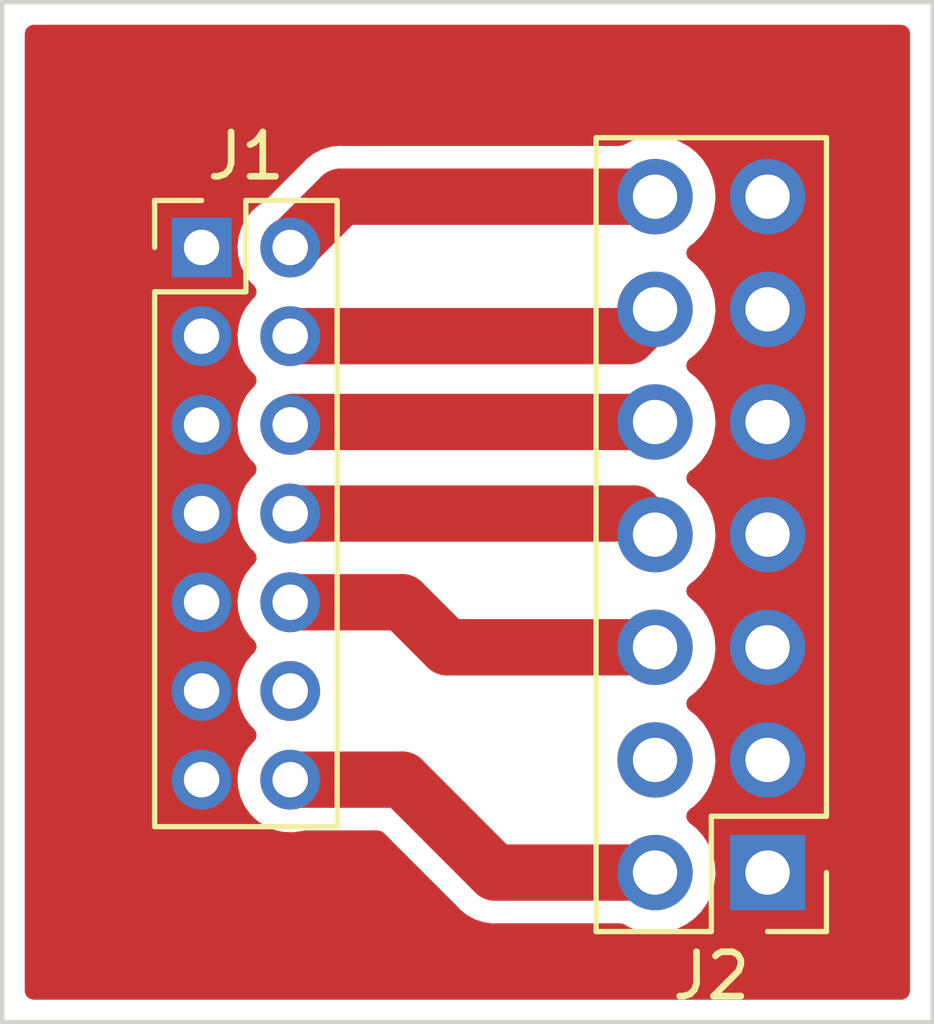
<source format=kicad_pcb>
(kicad_pcb (version 20211014) (generator pcbnew)
  (layers (0 "F.Cu" signal) (31 "B.Cu" signal) (34 "B.Paste" user) (35 "F.Paste" user) (36 "B.SilkS" user "B.Silkscreen") (37 "F.SilkS" user "F.Silkscreen") (38 "B.Mask" user) (39 "F.Mask" user) (44 "Edge.Cuts" user))
  (net 0 "")
  (net 1 "GND")
  (net 2 "/VCCO_0")
  (net 3 "/TMS")
  (net 4 "/TCK")
  (net 5 "/TDO")
  (net 6 "/TDI")
  (net 8 "/PS_SRST_B")
  (footprint "Connector_PinHeader_2.00mm:PinHeader_2x07_P2.00mm_Vertical" (layer "F.Cu") (at 113.5 92.53)
    (fp_text reference "J1" (at 1 -2.06) (layer "F.SilkS"))
    (fp_text value "JTAG_IN")
    (fp_line (start -1.06 1) (end 1 1) (layer "F.SilkS") (width 0.12))
    (fp_line (start -1.06 0) (end -1.06 -1.06) (layer "F.SilkS") (width 0.12))
    (fp_line (start 1 -1.06) (end 3.06 -1.06) (layer "F.SilkS") (width 0.12))
    (fp_line (start -1.06 1) (end -1.06 13.06) (layer "F.SilkS") (width 0.12))
    (fp_line (start -1.06 13.06) (end 3.06 13.06) (layer "F.SilkS") (width 0.12))
    (fp_line (start 1 1) (end 1 -1.06) (layer "F.SilkS") (width 0.12))
    (fp_line (start 3.06 -1.06) (end 3.06 13.06) (layer "F.SilkS") (width 0.12))
    (fp_line (start -1.06 -1.06) (end 0 -1.06) (layer "F.SilkS") (width 0.12))
    (pad "1" thru_hole rect (at 0 0) (size 1.35 1.35) (drill 0.8) (layers *.Cu *.Mask) (net 1 "GND"))
    (pad "2" thru_hole oval (at 2 0) (size 1.35 1.35) (drill 0.8) (layers *.Cu *.Mask) (net 2 "/VCCO_0"))
    (pad "3" thru_hole oval (at 0 2) (size 1.35 1.35) (drill 0.8) (layers *.Cu *.Mask) (net 1 "GND"))
    (pad "4" thru_hole oval (at 2 2) (size 1.35 1.35) (drill 0.8) (layers *.Cu *.Mask) (net 3 "/TMS"))
    (pad "5" thru_hole oval (at 0 4) (size 1.35 1.35) (drill 0.8) (layers *.Cu *.Mask) (net 1 "GND"))
    (pad "6" thru_hole oval (at 2 4) (size 1.35 1.35) (drill 0.8) (layers *.Cu *.Mask) (net 4 "/TCK"))
    (pad "7" thru_hole oval (at 0 6) (size 1.35 1.35) (drill 0.8) (layers *.Cu *.Mask) (net 1 "GND"))
    (pad "8" thru_hole oval (at 2 6) (size 1.35 1.35) (drill 0.8) (layers *.Cu *.Mask) (net 5 "/TDO"))
    (pad "9" thru_hole oval (at 0 8) (size 1.35 1.35) (drill 0.8) (layers *.Cu *.Mask) (net 1 "GND"))
    (pad "10" thru_hole oval (at 2 8) (size 1.35 1.35) (drill 0.8) (layers *.Cu *.Mask) (net 6 "/TDI"))
    (pad "11" thru_hole oval (at 0 10) (size 1.35 1.35) (drill 0.8) (layers *.Cu *.Mask) (net 1 "GND"))
    (pad "12" thru_hole oval (at 2 10) (size 1.35 1.35) (drill 0.8) (layers *.Cu *.Mask))
    (pad "13" thru_hole oval (at 0 12) (size 1.35 1.35) (drill 0.8) (layers *.Cu *.Mask) (net 1 "GND"))
    (pad "14" thru_hole oval (at 2 12) (size 1.35 1.35) (drill 0.8) (layers *.Cu *.Mask) (net 8 "/PS_SRST_B"))
  )
  (footprint "Connector_PinHeader_2.54mm:PinHeader_2x07_P2.54mm_Vertical" (layer "F.Cu") (at 126.275 106.625 180)
    (fp_text reference "J2" (at 1.27 -2.33) (layer "F.SilkS"))
    (fp_text value "Breakout")
    (fp_line (start -1.33 -1.33) (end 0 -1.33) (layer "F.SilkS") (width 0.12))
    (fp_line (start -1.33 0) (end -1.33 -1.33) (layer "F.SilkS") (width 0.12))
    (fp_line (start -1.33 1.27) (end -1.33 16.57) (layer "F.SilkS") (width 0.12))
    (fp_line (start 1.27 -1.33) (end 3.87 -1.33) (layer "F.SilkS") (width 0.12))
    (fp_line (start 1.27 1.27) (end 1.27 -1.33) (layer "F.SilkS") (width 0.12))
    (fp_line (start 3.87 -1.33) (end 3.87 16.57) (layer "F.SilkS") (width 0.12))
    (fp_line (start -1.33 16.57) (end 3.87 16.57) (layer "F.SilkS") (width 0.12))
    (fp_line (start -1.33 1.27) (end 1.27 1.27) (layer "F.SilkS") (width 0.12))
    (pad "1" thru_hole rect (at 0 0 180) (size 1.7 1.7) (drill 1) (layers *.Cu *.Mask) (net 1 "GND"))
    (pad "2" thru_hole oval (at 2.54 0 180) (size 1.7 1.7) (drill 1) (layers *.Cu *.Mask) (net 8 "/PS_SRST_B"))
    (pad "3" thru_hole oval (at 0 2.54 180) (size 1.7 1.7) (drill 1) (layers *.Cu *.Mask) (net 1 "GND"))
    (pad "4" thru_hole oval (at 2.54 2.54 180) (size 1.7 1.7) (drill 1) (layers *.Cu *.Mask))
    (pad "5" thru_hole oval (at 0 5.08 180) (size 1.7 1.7) (drill 1) (layers *.Cu *.Mask) (net 1 "GND"))
    (pad "6" thru_hole oval (at 2.54 5.08 180) (size 1.7 1.7) (drill 1) (layers *.Cu *.Mask) (net 6 "/TDI"))
    (pad "7" thru_hole oval (at 0 7.62 180) (size 1.7 1.7) (drill 1) (layers *.Cu *.Mask) (net 1 "GND"))
    (pad "8" thru_hole oval (at 2.54 7.62 180) (size 1.7 1.7) (drill 1) (layers *.Cu *.Mask) (net 5 "/TDO"))
    (pad "9" thru_hole oval (at 0 10.16 180) (size 1.7 1.7) (drill 1) (layers *.Cu *.Mask) (net 1 "GND"))
    (pad "10" thru_hole oval (at 2.54 10.16 180) (size 1.7 1.7) (drill 1) (layers *.Cu *.Mask) (net 4 "/TCK"))
    (pad "11" thru_hole oval (at 0 12.7 180) (size 1.7 1.7) (drill 1) (layers *.Cu *.Mask) (net 1 "GND"))
    (pad "12" thru_hole oval (at 2.54 12.7 180) (size 1.7 1.7) (drill 1) (layers *.Cu *.Mask) (net 3 "/TMS"))
    (pad "13" thru_hole oval (at 0 15.24 180) (size 1.7 1.7) (drill 1) (layers *.Cu *.Mask) (net 1 "GND"))
    (pad "14" thru_hole oval (at 2.54 15.24 180) (size 1.7 1.7) (drill 1) (layers *.Cu *.Mask) (net 2 "/VCCO_0"))
  )
  (gr_line (start 130 87) (end 109 87) (layer "Edge.Cuts") (width 0.1))
  (gr_line (start 130 110) (end 130 87) (layer "Edge.Cuts") (width 0.1))
  (gr_line (start 109 110) (end 130 110) (layer "Edge.Cuts") (width 0.1))
  (gr_line (start 109 87) (end 109 110) (layer "Edge.Cuts") (width 0.1))
  (segment (start 113.5 98.53) (end 113.5 100.53) (width 0.25) (layer "F.Cu") (net 1))
  (segment (start 126.275 91.385) (end 126.275 93.925) (width 0.25) (layer "F.Cu") (net 1))
  (segment (start 113.5 96.53) (end 113.5 98.53) (width 0.25) (layer "F.Cu") (net 1))
  (segment (start 126.275 96.465) (end 126.275 99.005) (width 0.25) (layer "F.Cu") (net 1))
  (segment (start 113.5 92.53) (end 113.5 94.53) (width 0.25) (layer "F.Cu") (net 1))
  (segment (start 113.5 100.53) (end 113.5 102.53) (width 0.25) (layer "F.Cu") (net 1))
  (segment (start 113.5 102.53) (end 113.5 104.53) (width 0.25) (layer "F.Cu") (net 1))
  (segment (start 126.275 106.625) (end 126.275 104.085) (width 0.25) (layer "F.Cu") (net 1))
  (segment (start 126.275 101.545) (end 126.275 104.085) (width 0.25) (layer "F.Cu") (net 1))
  (segment (start 126.275 99.005) (end 126.275 101.545) (width 0.25) (layer "F.Cu") (net 1))
  (segment (start 126.275 93.925) (end 126.275 96.465) (width 0.25) (layer "F.Cu") (net 1))
  (segment (start 113.5 94.53) (end 113.5 96.53) (width 0.25) (layer "F.Cu") (net 1))
  (segment (start 123.735 91.385) (end 116.645 91.385) (width 1.27) (layer "F.Cu") (net 2))
  (segment (start 116.645 91.385) (end 115.5 92.53) (width 1.27) (layer "F.Cu") (net 2))
  (segment (start 115.5 94.53) (end 123.13 94.53) (width 1.27) (layer "F.Cu") (net 3))
  (segment (start 123.13 94.53) (end 123.735 93.925) (width 1.27) (layer "F.Cu") (net 3))
  (segment (start 123.735 96.465) (end 115.565 96.465) (width 1.27) (layer "F.Cu") (net 4))
  (segment (start 115.565 96.465) (end 115.5 96.53) (width 1.27) (layer "F.Cu") (net 4))
  (segment (start 115.5 98.53) (end 123.26 98.53) (width 1.27) (layer "F.Cu") (net 5))
  (segment (start 123.26 98.53) (end 123.735 99.005) (width 1.27) (layer "F.Cu") (net 5))
  (segment (start 115.5 100.53) (end 118.03 100.53) (width 1.27) (layer "F.Cu") (net 6))
  (segment (start 119.045 101.545) (end 123.735 101.545) (width 1.27) (layer "F.Cu") (net 6))
  (segment (start 118.03 100.53) (end 119.045 101.545) (width 1.27) (layer "F.Cu") (net 6))
  (segment (start 120.125 106.625) (end 118.03 104.53) (width 1.27) (layer "F.Cu") (net 8))
  (segment (start 123.735 106.625) (end 120.125 106.625) (width 1.27) (layer "F.Cu") (net 8))
  (segment (start 118.03 104.53) (end 115.5 104.53) (width 1.27) (layer "F.Cu") (net 8))
  (zone (net 1) (net_name "GND") (layer "F.Cu") (connect_pads yes (clearance 0.508)) (min_thickness 0.4) (fill yes (thermal_gap 0.508) (thermal_bridge_width 0.508))
    (polygon (pts (xy 130 110) (xy 109 110) (xy 109 87) (xy 130 87)))
  )
)
</source>
